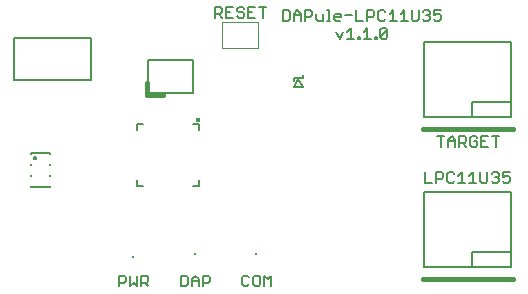
<source format=gto>
G75*
%MOIN*%
%OFA0B0*%
%FSLAX25Y25*%
%IPPOS*%
%LPD*%
%AMOC8*
5,1,8,0,0,1.08239X$1,22.5*
%
%ADD10C,0.00500*%
%ADD11C,0.00800*%
%ADD12C,0.00600*%
%ADD13C,0.01761*%
%ADD14R,0.00984X0.00984*%
%ADD15C,0.01600*%
%ADD16C,0.00394*%
D10*
X0062515Y0034729D02*
X0062515Y0038232D01*
X0064266Y0038232D01*
X0064850Y0037649D01*
X0064850Y0036481D01*
X0064266Y0035897D01*
X0062515Y0035897D01*
X0066198Y0038232D02*
X0066198Y0034729D01*
X0067365Y0035897D01*
X0068533Y0034729D01*
X0068533Y0038232D01*
X0069881Y0034729D02*
X0069881Y0038232D01*
X0071632Y0038232D01*
X0072216Y0037649D01*
X0072216Y0036481D01*
X0071632Y0035897D01*
X0069881Y0035897D01*
X0071049Y0035897D02*
X0072216Y0034729D01*
X0083015Y0038232D02*
X0083015Y0034729D01*
X0084766Y0034729D01*
X0085350Y0035313D01*
X0085350Y0037649D01*
X0084766Y0038232D01*
X0083015Y0038232D01*
X0086698Y0034729D02*
X0086698Y0037065D01*
X0087865Y0038232D01*
X0089033Y0037065D01*
X0089033Y0034729D01*
X0089033Y0036481D02*
X0086698Y0036481D01*
X0090381Y0034729D02*
X0090381Y0038232D01*
X0092132Y0038232D01*
X0092716Y0037649D01*
X0092716Y0036481D01*
X0092132Y0035897D01*
X0090381Y0035897D01*
X0117005Y0126732D02*
X0117005Y0123229D01*
X0118756Y0123229D01*
X0119340Y0123813D01*
X0119340Y0126149D01*
X0118756Y0126732D01*
X0117005Y0126732D01*
X0120688Y0123229D02*
X0120688Y0125565D01*
X0121856Y0126732D01*
X0123023Y0125565D01*
X0123023Y0123229D01*
X0123023Y0124981D02*
X0120688Y0124981D01*
X0124371Y0123229D02*
X0124371Y0126732D01*
X0126123Y0126732D01*
X0126706Y0126149D01*
X0126706Y0124981D01*
X0126123Y0124397D01*
X0124371Y0124397D01*
X0128054Y0125565D02*
X0128054Y0123813D01*
X0128638Y0123229D01*
X0130390Y0123229D01*
X0130390Y0125565D01*
X0131737Y0126732D02*
X0132321Y0126732D01*
X0132321Y0123229D01*
X0131737Y0123229D02*
X0132905Y0123229D01*
X0135944Y0123229D02*
X0134777Y0123229D01*
X0134193Y0123813D01*
X0134193Y0124981D01*
X0134777Y0125565D01*
X0135944Y0125565D01*
X0136528Y0124981D01*
X0136528Y0124397D01*
X0134193Y0124397D01*
X0137876Y0124981D02*
X0140211Y0124981D01*
X0141559Y0126732D02*
X0141559Y0123229D01*
X0143894Y0123229D01*
X0145242Y0123229D02*
X0145242Y0126732D01*
X0146994Y0126732D01*
X0147578Y0126149D01*
X0147578Y0124981D01*
X0146994Y0124397D01*
X0145242Y0124397D01*
X0151261Y0126149D02*
X0150677Y0126732D01*
X0149509Y0126732D01*
X0148925Y0126149D01*
X0148925Y0123813D01*
X0149509Y0123229D01*
X0150677Y0123229D01*
X0151261Y0123813D01*
X0152609Y0125565D02*
X0153776Y0126732D01*
X0153776Y0123229D01*
X0152609Y0123229D02*
X0154944Y0123229D01*
X0156292Y0125565D02*
X0157459Y0126732D01*
X0157459Y0123229D01*
X0156292Y0123229D02*
X0158627Y0123229D01*
X0159975Y0126732D02*
X0159975Y0123813D01*
X0160559Y0123229D01*
X0161726Y0123229D01*
X0162310Y0123813D01*
X0162310Y0126732D01*
X0163658Y0126149D02*
X0164242Y0126732D01*
X0165409Y0126732D01*
X0165993Y0126149D01*
X0165993Y0125565D01*
X0165409Y0124981D01*
X0164826Y0124981D01*
X0165409Y0124981D02*
X0165993Y0124397D01*
X0165993Y0123813D01*
X0165409Y0123229D01*
X0164242Y0123229D01*
X0163658Y0123813D01*
X0169676Y0126732D02*
X0167341Y0126732D01*
X0167341Y0124981D01*
X0168509Y0125565D01*
X0169093Y0125565D01*
X0169676Y0124981D01*
X0169676Y0123813D01*
X0169093Y0123229D01*
X0167925Y0123229D01*
X0167341Y0123813D01*
X0134807Y0119565D02*
X0135974Y0117229D01*
X0137142Y0119565D01*
X0138490Y0119565D02*
X0139658Y0120732D01*
X0139658Y0117229D01*
X0140825Y0117229D02*
X0138490Y0117229D01*
X0142173Y0117229D02*
X0142173Y0117813D01*
X0142757Y0117813D01*
X0142757Y0117229D01*
X0142173Y0117229D01*
X0144015Y0119565D02*
X0145182Y0120732D01*
X0145182Y0117229D01*
X0144015Y0117229D02*
X0146350Y0117229D01*
X0147698Y0117229D02*
X0147698Y0117813D01*
X0148282Y0117813D01*
X0148282Y0117229D01*
X0147698Y0117229D01*
X0149539Y0117813D02*
X0149539Y0120149D01*
X0150123Y0120732D01*
X0151291Y0120732D01*
X0151875Y0120149D01*
X0151875Y0117813D01*
X0151291Y0117229D01*
X0150123Y0117229D01*
X0149539Y0117813D01*
X0151875Y0120149D01*
X0105850Y0037649D02*
X0105266Y0038232D01*
X0104098Y0038232D01*
X0103515Y0037649D01*
X0103515Y0035313D01*
X0104098Y0034729D01*
X0105266Y0034729D01*
X0105850Y0035313D01*
X0108949Y0038232D02*
X0107782Y0038232D01*
X0107198Y0037649D01*
X0107198Y0035313D01*
X0107782Y0034729D01*
X0108949Y0034729D01*
X0109533Y0035313D01*
X0109533Y0037649D01*
X0108949Y0038232D01*
X0110881Y0034729D02*
X0110881Y0038232D01*
X0112049Y0037065D01*
X0113216Y0038232D01*
X0113216Y0034729D01*
X0094515Y0124229D02*
X0094515Y0127732D01*
X0096266Y0127732D01*
X0096850Y0127149D01*
X0096850Y0125981D01*
X0096266Y0125397D01*
X0094515Y0125397D01*
X0095682Y0125397D02*
X0096850Y0124229D01*
X0100533Y0127732D02*
X0098198Y0127732D01*
X0098198Y0124229D01*
X0100533Y0124229D01*
X0099365Y0125981D02*
X0098198Y0125981D01*
X0104216Y0127149D02*
X0103632Y0127732D01*
X0102465Y0127732D01*
X0101881Y0127149D01*
X0101881Y0126565D01*
X0102465Y0125981D01*
X0103632Y0125981D01*
X0104216Y0125397D01*
X0104216Y0124813D01*
X0103632Y0124229D01*
X0102465Y0124229D01*
X0101881Y0124813D01*
X0107899Y0127732D02*
X0105564Y0127732D01*
X0105564Y0124229D01*
X0107899Y0124229D01*
X0106732Y0125981D02*
X0105564Y0125981D01*
X0110415Y0124229D02*
X0110415Y0127732D01*
X0111582Y0127732D02*
X0109247Y0127732D01*
X0164515Y0072732D02*
X0164515Y0069229D01*
X0166850Y0069229D01*
X0168198Y0069229D02*
X0168198Y0072732D01*
X0169949Y0072732D01*
X0170533Y0072149D01*
X0170533Y0070981D01*
X0169949Y0070397D01*
X0168198Y0070397D01*
X0174216Y0072149D02*
X0173632Y0072732D01*
X0172465Y0072732D01*
X0171881Y0072149D01*
X0171881Y0069813D01*
X0172465Y0069229D01*
X0173632Y0069229D01*
X0174216Y0069813D01*
X0175564Y0071565D02*
X0176732Y0072732D01*
X0176732Y0069229D01*
X0177899Y0069229D02*
X0175564Y0069229D01*
X0179247Y0071565D02*
X0180415Y0072732D01*
X0180415Y0069229D01*
X0181582Y0069229D02*
X0179247Y0069229D01*
X0182930Y0072732D02*
X0182930Y0069813D01*
X0183514Y0069229D01*
X0184682Y0069229D01*
X0185266Y0069813D01*
X0185266Y0072732D01*
X0186613Y0072149D02*
X0187197Y0072732D01*
X0188365Y0072732D01*
X0188949Y0072149D01*
X0188949Y0071565D01*
X0188365Y0070981D01*
X0187781Y0070981D01*
X0188365Y0070981D02*
X0188949Y0070397D01*
X0188949Y0069813D01*
X0188365Y0069229D01*
X0187197Y0069229D01*
X0186613Y0069813D01*
X0192632Y0072732D02*
X0190297Y0072732D01*
X0190297Y0070981D01*
X0191464Y0071565D01*
X0192048Y0071565D01*
X0192632Y0070981D01*
X0192632Y0069813D01*
X0192048Y0069229D01*
X0190880Y0069229D01*
X0190297Y0069813D01*
X0169682Y0081229D02*
X0169682Y0084732D01*
X0168515Y0084732D02*
X0170850Y0084732D01*
X0172198Y0081229D02*
X0172198Y0083565D01*
X0173365Y0084732D01*
X0174533Y0083565D01*
X0174533Y0081229D01*
X0174533Y0082981D02*
X0172198Y0082981D01*
X0175881Y0081229D02*
X0175881Y0084732D01*
X0177632Y0084732D01*
X0178216Y0084149D01*
X0178216Y0082981D01*
X0177632Y0082397D01*
X0175881Y0082397D01*
X0177049Y0082397D02*
X0178216Y0081229D01*
X0181899Y0084149D02*
X0181315Y0084732D01*
X0180148Y0084732D01*
X0179564Y0084149D01*
X0179564Y0081813D01*
X0180148Y0081229D01*
X0181315Y0081229D01*
X0181899Y0081813D01*
X0181899Y0082981D01*
X0180732Y0082981D01*
X0185582Y0084732D02*
X0183247Y0084732D01*
X0183247Y0081229D01*
X0185582Y0081229D01*
X0184415Y0082981D02*
X0183247Y0082981D01*
X0188098Y0081229D02*
X0188098Y0084732D01*
X0186930Y0084732D02*
X0189266Y0084732D01*
X0089198Y0086944D02*
X0089198Y0088913D01*
X0068331Y0088913D02*
X0068331Y0086944D01*
X0087229Y0088913D02*
X0089198Y0088913D01*
X0070300Y0088913D02*
X0068331Y0088913D01*
X0087229Y0068046D02*
X0089198Y0068046D01*
X0070300Y0068046D02*
X0068331Y0068046D01*
X0089198Y0068046D02*
X0089198Y0070015D01*
X0068331Y0070015D02*
X0068331Y0068046D01*
X0072265Y0098979D02*
X0072265Y0109979D01*
X0087265Y0109979D01*
X0087265Y0098979D01*
X0072265Y0098979D01*
X0164265Y0090979D02*
X0180265Y0090979D01*
X0193265Y0090979D01*
X0193265Y0095979D01*
X0193265Y0115979D01*
X0164265Y0115979D01*
X0164265Y0090979D01*
X0193265Y0095979D02*
X0180265Y0095979D01*
X0180265Y0090979D01*
X0164265Y0040979D02*
X0180265Y0040979D01*
X0193265Y0040979D01*
X0193265Y0045979D01*
X0193265Y0065979D01*
X0164265Y0065979D01*
X0164265Y0040979D01*
X0193265Y0045979D02*
X0180265Y0045979D01*
X0180265Y0040979D01*
D11*
X0123839Y0100983D02*
X0122265Y0103661D01*
X0120690Y0100983D01*
X0123839Y0100983D01*
X0123839Y0104054D02*
X0120690Y0104054D01*
X0123828Y0104082D02*
X0123828Y0104987D01*
X0120678Y0104042D02*
X0120678Y0103137D01*
X0053165Y0117479D02*
X0053165Y0103479D01*
X0027365Y0103479D01*
X0027365Y0117479D01*
X0053165Y0117479D01*
D12*
X0039454Y0067881D02*
X0033076Y0067881D01*
X0033076Y0079078D02*
X0039454Y0079078D01*
X0033076Y0075535D02*
X0033076Y0075164D01*
X0033076Y0071794D02*
X0033076Y0071424D01*
X0033076Y0078708D02*
X0033076Y0079078D01*
X0033076Y0068251D02*
X0033076Y0067881D01*
X0039454Y0067881D02*
X0039454Y0068251D01*
X0039454Y0078708D02*
X0039454Y0079078D01*
X0039454Y0071794D02*
X0039454Y0071424D01*
X0039454Y0075164D02*
X0039454Y0075535D01*
X0034099Y0077416D02*
X0034101Y0077455D01*
X0034107Y0077494D01*
X0034117Y0077532D01*
X0034130Y0077569D01*
X0034147Y0077604D01*
X0034167Y0077638D01*
X0034191Y0077669D01*
X0034218Y0077698D01*
X0034247Y0077724D01*
X0034279Y0077747D01*
X0034313Y0077767D01*
X0034349Y0077783D01*
X0034386Y0077795D01*
X0034425Y0077804D01*
X0034464Y0077809D01*
X0034503Y0077810D01*
X0034542Y0077807D01*
X0034581Y0077800D01*
X0034618Y0077789D01*
X0034655Y0077775D01*
X0034690Y0077757D01*
X0034723Y0077736D01*
X0034754Y0077711D01*
X0034782Y0077684D01*
X0034807Y0077654D01*
X0034829Y0077621D01*
X0034848Y0077587D01*
X0034863Y0077551D01*
X0034875Y0077513D01*
X0034883Y0077475D01*
X0034887Y0077436D01*
X0034887Y0077396D01*
X0034883Y0077357D01*
X0034875Y0077319D01*
X0034863Y0077281D01*
X0034848Y0077245D01*
X0034829Y0077211D01*
X0034807Y0077178D01*
X0034782Y0077148D01*
X0034754Y0077121D01*
X0034723Y0077096D01*
X0034690Y0077075D01*
X0034655Y0077057D01*
X0034618Y0077043D01*
X0034581Y0077032D01*
X0034542Y0077025D01*
X0034503Y0077022D01*
X0034464Y0077023D01*
X0034425Y0077028D01*
X0034386Y0077037D01*
X0034349Y0077049D01*
X0034313Y0077065D01*
X0034279Y0077085D01*
X0034247Y0077108D01*
X0034218Y0077134D01*
X0034191Y0077163D01*
X0034167Y0077194D01*
X0034147Y0077228D01*
X0034130Y0077263D01*
X0034117Y0077300D01*
X0034107Y0077338D01*
X0034101Y0077377D01*
X0034099Y0077416D01*
D13*
X0088607Y0090290D03*
D14*
X0087765Y0045472D03*
X0108265Y0045472D03*
X0067265Y0044487D03*
D15*
X0071765Y0102479D02*
X0071765Y0098479D01*
X0077265Y0098479D01*
X0163765Y0086979D02*
X0193765Y0086979D01*
X0193765Y0036979D02*
X0163765Y0036979D01*
D16*
X0096859Y0122810D02*
X0108670Y0122810D01*
X0108670Y0114149D01*
X0096859Y0114149D01*
X0096859Y0122810D01*
M02*

</source>
